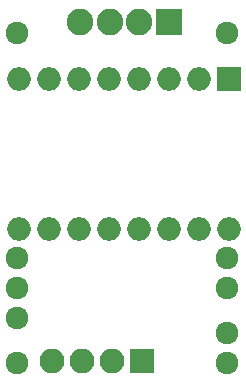
<source format=gbs>
G04 #@! TF.FileFunction,Soldermask,Bot*
%FSLAX46Y46*%
G04 Gerber Fmt 4.6, Leading zero omitted, Abs format (unit mm)*
G04 Created by KiCad (PCBNEW 4.0.6+dfsg1-1) date Mon Feb 26 15:58:45 2018*
%MOMM*%
%LPD*%
G01*
G04 APERTURE LIST*
%ADD10C,0.100000*%
%ADD11R,2.000000X2.000000*%
%ADD12O,2.000000X2.000000*%
%ADD13R,2.250000X2.250000*%
%ADD14C,2.250000*%
%ADD15R,2.100000X2.100000*%
%ADD16O,2.100000X2.100000*%
%ADD17C,1.924000*%
G04 APERTURE END LIST*
D10*
D11*
X19121120Y25476200D03*
D12*
X1341120Y12776200D03*
X16581120Y25476200D03*
X3881120Y12776200D03*
X14041120Y25476200D03*
X6421120Y12776200D03*
X11501120Y25476200D03*
X8961120Y12776200D03*
X8961120Y25476200D03*
X11501120Y12776200D03*
X6421120Y25476200D03*
X14041120Y12776200D03*
X3881120Y25476200D03*
X16581120Y12776200D03*
X1341120Y25476200D03*
X19121120Y12776200D03*
D13*
X14041120Y30302200D03*
D14*
X11541120Y30302200D03*
X9041120Y30302200D03*
X6541120Y30302200D03*
D15*
X11755120Y1600200D03*
D16*
X9215120Y1600200D03*
X6675120Y1600200D03*
X4135120Y1600200D03*
D17*
X18994120Y1473200D03*
X18994120Y4013200D03*
X18994120Y7823200D03*
X18994120Y10363200D03*
X1214120Y1473200D03*
X1214120Y29413200D03*
X18994120Y29413200D03*
X1214120Y5283200D03*
X1214120Y7823200D03*
X1214120Y10363200D03*
M02*

</source>
